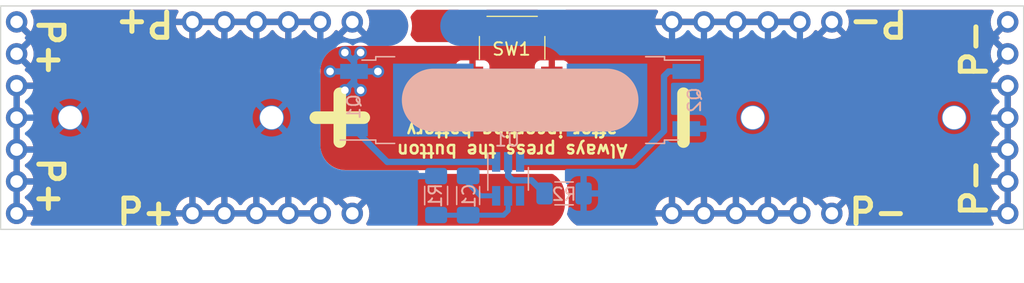
<source format=kicad_pcb>
(kicad_pcb (version 20210722) (generator pcbnew)
  (layers (0 "F.Cu" signal) (31 "B.Cu" signal) (34 "B.Paste" user) (35 "F.Paste" user) (36 "B.SilkS" user "B.Silkscreen") (37 "F.SilkS" user "F.Silkscreen") (38 "B.Mask" user) (39 "F.Mask" user) (44 "Edge.Cuts" user))
  (net 0 "")
  (net 1 "Net-(BT1-Pad1)")
  (net 2 "Net-(C1-Pad1)")
  (net 3 "Net-(R2-Pad1)")
  (net 4 "GND")
  (net 5 "Net-(Q1-Pad1)")
  (net 6 "Net-(BT1-Pad2)")
  (net 7 "Net-(Q1-Pad2)")
  (net 8 "Net-(Q2-Pad1)")
  (net 10 "Net-(C1-Pad2)")
  (footprint "Li-ion_holder:Keystone_254_holder" (layer "F.Cu") (at 142.24 99.314 90)
    (fp_text reference "BT1" hide)
    (fp_text value "18650 cell")
    (fp_text user "-" (at 0 13.97 270 unlocked) (layer "F.SilkS") (effects (font (size 5 5) (thickness 1))))
    (fp_text user "+" (at 0 -13.335 270 unlocked) (layer "F.SilkS") (effects (font (size 5 5) (thickness 1))))
    (pad "1" smd rect (at 0 -19.305) (size 4.24 5.2) (layers "F.Cu" "F.Paste" "F.Mask") (net 1 "Net-(BT1-Pad1)"))
    (pad "1" thru_hole circle (at 0 -35.115) (size 2 2) (drill 1.85) (layers *.Cu *.Mask) (net 1 "Net-(BT1-Pad1)"))
    (pad "1" thru_hole circle (at 0 -19.115) (size 2 2) (drill 1.85) (layers *.Cu *.Mask) (net 1 "Net-(BT1-Pad1)"))
    (pad "1" smd rect (at 0 -35.315) (size 4.24 3.3) (layers "F.Cu" "F.Paste" "F.Mask") (net 1 "Net-(BT1-Pad1)"))
    (pad "2" smd rect (at 0 19.305) (size 4.24 5.2) (layers "F.Cu" "F.Paste" "F.Mask") (net 6 "Net-(BT1-Pad2)"))
    (pad "2" thru_hole circle (at 0 19.115) (size 2 2) (drill 1.85) (layers *.Cu *.Mask) (net 6 "Net-(BT1-Pad2)"))
    (pad "2" smd rect (at 0 35.315) (size 4.24 3.3) (layers "F.Cu" "F.Paste" "F.Mask") (net 6 "Net-(BT1-Pad2)"))
    (pad "2" thru_hole circle (at 0 35.115) (size 2 2) (drill 1.85) (layers *.Cu *.Mask) (net 6 "Net-(BT1-Pad2)"))
  )
  (footprint "Li-ion_holder:TL3342F260QG" (layer "F.Cu") (at 142.24 93.853)
    (fp_text reference "SW1" (at -0.0508 0) (layer "F.SilkS"))
    (fp_text value "SW_Push")
    (fp_line (start -2 -2.6) (end 2 -2.6) (layer "F.SilkS") (width 0.1))
    (fp_line (start 2.6 -1) (end 2.6 0.8) (layer "F.SilkS") (width 0.1))
    (fp_line (start -2.6 -1) (end -2.6 0.8) (layer "F.SilkS") (width 0.1))
    (fp_line (start -2 2.6) (end 1.8 2.6) (layer "F.SilkS") (width 0.1))
    (pad "1" smd rect locked (at -3.15 1.9) (size 1.7 1) (layers "F.Cu" "F.Paste" "F.Mask") (net 6 "Net-(BT1-Pad2)"))
    (pad "1" smd rect locked (at 3.15 1.9) (size 1.7 1) (layers "F.Cu" "F.Paste" "F.Mask") (net 6 "Net-(BT1-Pad2)"))
    (pad "2" smd rect locked (at 3.15 -1.9) (size 1.7 1) (layers "F.Cu" "F.Paste" "F.Mask") (net 4 "GND"))
    (pad "2" smd rect locked (at -3.15 -1.9) (size 1.7 1) (layers "F.Cu" "F.Paste" "F.Mask") (net 4 "GND"))
  )
  (footprint "Package_TO_SOT_SMD:SOT-23-6_Handsoldering" (layer "B.Cu") (at 141.92 104.184 -90)
    (fp_text reference "U1" (at -3.092 0.061 180) (layer "B.SilkS") (effects (justify mirror)))
    (fp_text value "AP9101CAK6-ANTRG1")
    (fp_line (start 0.9 1.61) (end -2.05 1.61) (layer "B.SilkS") (width 0.12))
    (fp_line (start -0.9 -1.61) (end 0.9 -1.61) (layer "B.SilkS") (width 0.12))
    (pad "1" smd rect locked (at -1.35 0.95 270) (size 1.56 0.65) (layers "B.Cu" "B.Paste" "B.Mask") (net 5 "Net-(Q1-Pad1)"))
    (pad "2" smd rect locked (at -1.35 0 270) (size 1.56 0.65) (layers "B.Cu" "B.Paste" "B.Mask") (net 3 "Net-(R2-Pad1)"))
    (pad "3" smd rect locked (at -1.35 -0.95 270) (size 1.56 0.65) (layers "B.Cu" "B.Paste" "B.Mask") (net 8 "Net-(Q2-Pad1)"))
    (pad "4" smd rect locked (at 1.35 -0.95 270) (size 1.56 0.65) (layers "B.Cu" "B.Paste" "B.Mask"))
    (pad "5" smd rect locked (at 1.35 0 270) (size 1.56 0.65) (layers "B.Cu" "B.Paste" "B.Mask") (net 2 "Net-(C1-Pad1)"))
    (pad "6" smd rect locked (at 1.35 0.95 270) (size 1.56 0.65) (layers "B.Cu" "B.Paste" "B.Mask") (net 10 "Net-(C1-Pad2)"))
  )
  (footprint "Li-ion_holder:PinSocket_1x06_P2.54mm_Vertical" (layer "B.Cu") (at 161.29 91.694 90)
    (fp_text reference "J6" hide)
    (fp_text value "P-" hide)
    (pad "1" thru_hole oval locked (at 0 1.27 90) (size 1.7 1.7) (drill 1) (layers *.Cu *.Mask) (net 4 "GND"))
    (pad "1" thru_hole circle locked (at 0 6.35 90) (size 1.7 1.7) (drill 1) (layers *.Cu *.Mask) (net 4 "GND"))
    (pad "1" thru_hole oval locked (at 0 -6.35 90) (size 1.7 1.7) (drill 1) (layers *.Cu *.Mask) (net 4 "GND"))
    (pad "1" thru_hole oval locked (at 0 3.81 90) (size 1.7 1.7) (drill 1) (layers *.Cu *.Mask) (net 4 "GND"))
    (pad "1" thru_hole oval locked (at 0 -3.81 90) (size 1.7 1.7) (drill 1) (layers *.Cu *.Mask) (net 4 "GND"))
    (pad "1" thru_hole oval locked (at 0 -1.27 90) (size 1.7 1.7) (drill 1) (layers *.Cu *.Mask) (net 4 "GND"))
  )
  (footprint "Li-ion_holder:PinSocket_1x06_P2.54mm_Vertical" (layer "B.Cu") (at 161.29 106.934 90)
    (fp_text reference "J4" hide)
    (fp_text value "P-" hide)
    (pad "1" thru_hole oval locked (at 0 -3.81 90) (size 1.7 1.7) (drill 1) (layers *.Cu *.Mask) (net 4 "GND"))
    (pad "1" thru_hole oval locked (at 0 3.81 90) (size 1.7 1.7) (drill 1) (layers *.Cu *.Mask) (net 4 "GND"))
    (pad "1" thru_hole oval locked (at 0 1.27 90) (size 1.7 1.7) (drill 1) (layers *.Cu *.Mask) (net 4 "GND"))
    (pad "1" thru_hole circle locked (at 0 6.35 90) (size 1.7 1.7) (drill 1) (layers *.Cu *.Mask) (net 4 "GND"))
    (pad "1" thru_hole oval locked (at 0 -1.27 90) (size 1.7 1.7) (drill 1) (layers *.Cu *.Mask) (net 4 "GND"))
    (pad "1" thru_hole oval locked (at 0 -6.35 90) (size 1.7 1.7) (drill 1) (layers *.Cu *.Mask) (net 4 "GND"))
  )
  (footprint "Capacitor_SMD:C_1206_3216Metric_Pad1.33x1.80mm_HandSolder" (layer "B.Cu") (at 138.745 105.514 90)
    (fp_text reference "C1" (at -0.023 0.066 90) (layer "B.SilkS") (effects (justify mirror)))
    (fp_text value "0.1uF")
    (fp_line (start -0.711252 -0.91) (end 0.711252 -0.91) (layer "B.SilkS") (width 0.12))
    (fp_line (start -0.711252 0.91) (end 0.711252 0.91) (layer "B.SilkS") (width 0.12))
    (pad "1" smd roundrect locked (at -1.5625 0 90) (size 1.325 1.8) (layers "B.Cu" "B.Paste" "B.Mask") (roundrect_rratio 0.188679) (net 2 "Net-(C1-Pad1)"))
    (pad "2" smd roundrect locked (at 1.5625 0 90) (size 1.325 1.8) (layers "B.Cu" "B.Paste" "B.Mask") (roundrect_rratio 0.188679) (net 10 "Net-(C1-Pad2)"))
  )
  (footprint "Li-ion_holder:PinSocket_1x07_P2.54mm_Vertical" (layer "B.Cu") (at 181.61 99.314 180)
    (fp_text reference "J5" hide)
    (fp_text value "P-" hide)
    (pad "1" thru_hole oval locked (at 0 -2.54 180) (size 1.7 1.7) (drill 1) (layers *.Cu *.Mask) (net 4 "GND"))
    (pad "1" thru_hole oval locked (at 0 -5.08 180) (size 1.7 1.7) (drill 1) (layers *.Cu *.Mask) (net 4 "GND"))
    (pad "1" thru_hole oval locked (at 0 -7.62 180) (size 1.7 1.7) (drill 1) (layers *.Cu *.Mask) (net 4 "GND"))
    (pad "1" thru_hole oval locked (at 0 2.54 180) (size 1.7 1.7) (drill 1) (layers *.Cu *.Mask) (net 4 "GND"))
    (pad "1" thru_hole circle locked (at 0 5.08 180) (size 1.7 1.7) (drill 1) (layers *.Cu *.Mask) (net 4 "GND"))
    (pad "1" thru_hole oval locked (at 0 0 180) (size 1.7 1.7) (drill 1) (layers *.Cu *.Mask) (net 4 "GND"))
    (pad "1" thru_hole circle locked (at 0 7.62 180) (size 1.7 1.7) (drill 1) (layers *.Cu *.Mask) (net 4 "GND"))
  )
  (footprint "Li-ion_holder:PinSocket_1x07_P2.54mm_Vertical" (layer "B.Cu") (at 102.87 99.314 180)
    (fp_text reference "J2" hide)
    (fp_text value "P+" hide)
    (pad "1" thru_hole oval locked (at 0 -2.54 180) (size 1.7 1.7) (drill 1) (layers *.Cu *.Mask) (net 1 "Net-(BT1-Pad1)"))
    (pad "1" thru_hole circle locked (at 0 7.62 180) (size 1.7 1.7) (drill 1) (layers *.Cu *.Mask) (net 1 "Net-(BT1-Pad1)"))
    (pad "1" thru_hole circle locked (at 0 5.08 180) (size 1.7 1.7) (drill 1) (layers *.Cu *.Mask) (net 1 "Net-(BT1-Pad1)"))
    (pad "1" thru_hole oval locked (at 0 -5.08 180) (size 1.7 1.7) (drill 1) (layers *.Cu *.Mask) (net 1 "Net-(BT1-Pad1)"))
    (pad "1" thru_hole oval locked (at 0 0 180) (size 1.7 1.7) (drill 1) (layers *.Cu *.Mask) (net 1 "Net-(BT1-Pad1)"))
    (pad "1" thru_hole oval locked (at 0 2.54 180) (size 1.7 1.7) (drill 1) (layers *.Cu *.Mask) (net 1 "Net-(BT1-Pad1)"))
    (pad "1" thru_hole oval locked (at 0 -7.62 180) (size 1.7 1.7) (drill 1) (layers *.Cu *.Mask) (net 1 "Net-(BT1-Pad1)"))
  )
  (footprint "Package_TO_SOT_SMD:TO-252-2" (layer "B.Cu") (at 133.875 97.914)
    (fp_text reference "Q1" (at -4.208 0.5364 90) (layer "B.SilkS") (effects (justify mirror)))
    (fp_text value "IRLR8726")
    (fp_line (start -0.97 3.45) (end -2.47 3.45) (layer "B.SilkS") (width 0.12))
    (fp_line (start -2.47 3.18) (end -5.3 3.18) (layer "B.SilkS") (width 0.12))
    (fp_line (start -2.47 -3.45) (end -2.47 -3.18) (layer "B.SilkS") (width 0.12))
    (fp_line (start -2.47 -3.18) (end -3.57 -3.18) (layer "B.SilkS") (width 0.12))
    (fp_line (start -2.47 3.45) (end -2.47 3.18) (layer "B.SilkS") (width 0.12))
    (fp_line (start -0.97 -3.45) (end -2.47 -3.45) (layer "B.SilkS") (width 0.12))
    (pad "1" smd rect locked (at -4.2 2.28) (size 2.2 1.2) (layers "B.Cu" "B.Paste" "B.Mask") (net 5 "Net-(Q1-Pad1)"))
    (pad "2" smd rect locked (at 2.1 0) (size 6.4 5.8) (layers "B.Cu" "B.Mask") (net 7 "Net-(Q1-Pad2)"))
    (pad "3" smd rect locked (at -4.2 -2.28) (size 2.2 1.2) (layers "B.Cu" "B.Paste" "B.Mask") (net 6 "Net-(BT1-Pad2)"))
  )
  (footprint "Package_TO_SOT_SMD:TO-252-2" (layer "B.Cu") (at 151.875 97.914 180)
    (fp_text reference "Q2" (at -4.843 -0.003 90) (layer "B.SilkS") (effects (justify mirror)))
    (fp_text value "IRLR8726")
    (fp_line (start -2.47 3.45) (end -2.47 3.18) (layer "B.SilkS") (width 0.12))
    (fp_line (start -2.47 -3.18) (end -3.57 -3.18) (layer "B.SilkS") (width 0.12))
    (fp_line (start -2.47 3.18) (end -5.3 3.18) (layer "B.SilkS") (width 0.12))
    (fp_line (start -0.97 -3.45) (end -2.47 -3.45) (layer "B.SilkS") (width 0.12))
    (fp_line (start -0.97 3.45) (end -2.47 3.45) (layer "B.SilkS") (width 0.12))
    (fp_line (start -2.47 -3.45) (end -2.47 -3.18) (layer "B.SilkS") (width 0.12))
    (pad "1" smd rect locked (at -4.2 2.28 180) (size 2.2 1.2) (layers "B.Cu" "B.Paste" "B.Mask") (net 8 "Net-(Q2-Pad1)"))
    (pad "2" smd rect locked (at 2.1 0 180) (size 6.4 5.8) (layers "B.Cu" "B.Mask") (net 7 "Net-(Q1-Pad2)"))
    (pad "3" smd rect locked (at -4.2 -2.28 180) (size 2.2 1.2) (layers "B.Cu" "B.Paste" "B.Mask") (net 4 "GND"))
  )
  (footprint "Li-ion_holder:PinSocket_1x06_P2.54mm_Vertical" (layer "B.Cu") (at 123.19 106.934 90)
    (fp_text reference "J1" hide)
    (fp_text value "P+" hide)
    (pad "1" thru_hole oval locked (at 0 -3.81 90) (size 1.7 1.7) (drill 1) (layers *.Cu *.Mask) (net 1 "Net-(BT1-Pad1)"))
    (pad "1" thru_hole oval locked (at 0 1.27 90) (size 1.7 1.7) (drill 1) (layers *.Cu *.Mask) (net 1 "Net-(BT1-Pad1)"))
    (pad "1" thru_hole oval locked (at 0 -6.35 90) (size 1.7 1.7) (drill 1) (layers *.Cu *.Mask) (net 1 "Net-(BT1-Pad1)"))
    (pad "1" thru_hole circle locked (at 0 6.35 90) (size 1.7 1.7) (drill 1) (layers *.Cu *.Mask) (net 1 "Net-(BT1-Pad1)"))
    (pad "1" thru_hole oval locked (at 0 -1.27 90) (size 1.7 1.7) (drill 1) (layers *.Cu *.Mask) (net 1 "Net-(BT1-Pad1)"))
    (pad "1" thru_hole oval locked (at 0 3.81 90) (size 1.7 1.7) (drill 1) (layers *.Cu *.Mask) (net 1 "Net-(BT1-Pad1)"))
  )
  (footprint "Resistor_SMD:R_1206_3216Metric_Pad1.30x1.75mm_HandSolder" (layer "B.Cu") (at 136.2 105.514 -90)
    (fp_text reference "R1" (at 0 0.056 -270) (layer "B.SilkS") (effects (justify mirror)))
    (fp_text value "330R")
    (fp_line (start -0.727064 0.91) (end 0.727064 0.91) (layer "B.SilkS") (width 0.12))
    (fp_line (start -0.727064 -0.91) (end 0.727064 -0.91) (layer "B.SilkS") (width 0.12))
    (pad "1" smd roundrect locked (at -1.55 0 270) (size 1.3 1.75) (layers "B.Cu" "B.Paste" "B.Mask") (roundrect_rratio 0.192308) (net 1 "Net-(BT1-Pad1)"))
    (pad "2" smd roundrect locked (at 1.55 0 270) (size 1.3 1.75) (layers "B.Cu" "B.Paste" "B.Mask") (roundrect_rratio 0.192308) (net 2 "Net-(C1-Pad1)"))
  )
  (footprint "Li-ion_holder:PinSocket_1x06_P2.54mm_Vertical" (layer "B.Cu") (at 123.19 91.694 90)
    (fp_text reference "J3" hide)
    (fp_text value "P+" hide)
    (pad "1" thru_hole oval locked (at 0 -6.35 90) (size 1.7 1.7) (drill 1) (layers *.Cu *.Mask) (net 1 "Net-(BT1-Pad1)"))
    (pad "1" thru_hole oval locked (at 0 1.27 90) (size 1.7 1.7) (drill 1) (layers *.Cu *.Mask) (net 1 "Net-(BT1-Pad1)"))
    (pad "1" thru_hole oval locked (at 0 -3.81 90) (size 1.7 1.7) (drill 1) (layers *.Cu *.Mask) (net 1 "Net-(BT1-Pad1)"))
    (pad "1" thru_hole oval locked (at 0 -1.27 90) (size 1.7 1.7) (drill 1) (layers *.Cu *.Mask) (net 1 "Net-(BT1-Pad1)"))
    (pad "1" thru_hole oval locked (at 0 3.81 90) (size 1.7 1.7) (drill 1) (layers *.Cu *.Mask) (net 1 "Net-(BT1-Pad1)"))
    (pad "1" thru_hole circle locked (at 0 6.35 90) (size 1.7 1.7) (drill 1) (layers *.Cu *.Mask) (net 1 "Net-(BT1-Pad1)"))
  )
  (footprint "Resistor_SMD:R_1206_3216Metric_Pad1.30x1.75mm_HandSolder" (layer "B.Cu") (at 146.365 105.344)
    (fp_text reference "R2" (at 0 0.066) (layer "B.SilkS") (effects (justify mirror)))
    (fp_text value "2.7k")
    (fp_line (start -0.727064 0.91) (end 0.727064 0.91) (layer "B.SilkS") (width 0.12))
    (fp_line (start -0.727064 -0.91) (end 0.727064 -0.91) (layer "B.SilkS") (width 0.12))
    (pad "1" smd roundrect locked (at -1.55 0) (size 1.3 1.75) (layers "B.Cu" "B.Paste" "B.Mask") (roundrect_rratio 0.192308) (net 3 "Net-(R2-Pad1)"))
    (pad "2" smd roundrect locked (at 1.55 0) (size 1.3 1.75) (layers "B.Cu" "B.Paste" "B.Mask") (roundrect_rratio 0.192308) (net 4 "GND"))
  )
  (gr_line (start 135.975 97.914) (end 149.775 97.914) (layer "B.SilkS") (width 5))
  (gr_rect (start 101.6 90.424) (end 182.88 108.204) (layer "Edge.Cuts") (width 0.1) (fill none))
  (gr_text "P-" (at 178.943 93.853 90) (layer "F.SilkS") (effects (font (size 2 2) (thickness 0.4))))
  (gr_text "P+" (at 105.537 93.726 270) (layer "F.SilkS") (effects (font (size 2 2) (thickness 0.4))))
  (gr_text "P+" (at 113.03 91.821 180) (layer "F.SilkS") (effects (font (size 2 2) (thickness 0.4))))
  (gr_text "P+" (at 113.157 106.807) (layer "F.SilkS") (effects (font (size 2 2) (thickness 0.4))))
  (gr_text "P-" (at 171.323 91.821 180) (layer "F.SilkS") (effects (font (size 2 2) (thickness 0.4))))
  (gr_text "P-" (at 171.323 106.807) (layer "F.SilkS") (effects (font (size 2 2) (thickness 0.4))))
  (gr_text "P-" (at 178.943 104.902 90) (layer "F.SilkS") (effects (font (size 2 2) (thickness 0.4))))
  (gr_text "Always press the button\nafter inserting battery\nto turn on the circuit" (at 142.24 100.33 180) (layer "F.SilkS") (effects (font (size 1 1) (thickness 0.2))))
  (gr_text "P+" (at 105.537 104.775 270) (layer "F.SilkS") (effects (font (size 2 2) (thickness 0.4))))
  (segment (start 136.2125 107.0765) (end 136.2 107.064) (width 0.4) (layer "B.Cu") (net 2))
  (segment (start 138.745 107.0765) (end 136.2125 107.0765) (width 0.4) (layer "B.Cu") (net 2))
  (segment (start 141.5575 107.0765) (end 138.745 107.0765) (width 0.4) (layer "B.Cu") (net 2))
  (segment (start 141.92 105.534) (end 141.92 106.714) (width 0.4) (layer "B.Cu") (net 2))
  (segment (start 141.92 106.714) (end 141.5575 107.0765) (width 0.4) (layer "B.Cu") (net 2))
  (segment (start 142.275489 104.304489) (end 143.775489 104.304489) (width 0.5) (layer "B.Cu") (net 3))
  (segment (start 141.92 102.834) (end 141.92 103.949) (width 0.5) (layer "B.Cu") (net 3))
  (segment (start 143.775489 104.304489) (end 144.815 105.344) (width 0.5) (layer "B.Cu") (net 3))
  (segment (start 141.92 103.949) (end 142.275489 104.304489) (width 0.5) (layer "B.Cu") (net 3))
  (segment (start 129.675 100.194) (end 132.315 102.834) (width 0.5) (layer "B.Cu") (net 5))
  (segment (start 132.315 102.834) (end 140.97 102.834) (width 0.5) (layer "B.Cu") (net 5))
  (segment (start 145.39 95.753) (end 139.09 95.753) (width 0.2) (layer "F.Cu") (net 6))
  (via (at 128.95 94.134498) (size 1) (drill 0.6) (layers "F.Cu" "B.Cu") (net 6))
  (via (at 130.2 97.133502) (size 1) (drill 0.6) (layers "F.Cu" "B.Cu") (net 6))
  (via (at 130.2 94.134498) (size 1) (drill 0.6) (layers "F.Cu" "B.Cu") (net 6))
  (via (at 131.575 95.634) (size 1) (drill 0.6) (layers "F.Cu" "B.Cu") (net 6))
  (via (at 128.95 97.133502) (size 1) (drill 0.6) (layers "F.Cu" "B.Cu") (net 6))
  (via (at 127.775 95.634) (size 1) (drill 0.6) (layers "F.Cu" "B.Cu") (net 6))
  (segment (start 129.675 96.408502) (end 128.95 97.133502) (width 0.5) (layer "B.Cu") (net 6))
  (segment (start 129.675 94.859498) (end 128.95 94.134498) (width 0.5) (layer "B.Cu") (net 6))
  (segment (start 129.675 96.608502) (end 130.2 97.133502) (width 0.5) (layer "B.Cu") (net 6))
  (segment (start 129.675 94.659498) (end 130.2 94.134498) (width 0.5) (layer "B.Cu") (net 6))
  (segment (start 129.675 95.634) (end 129.675 94.659498) (width 0.5) (layer "B.Cu") (net 6))
  (segment (start 129.675 95.634) (end 129.675 96.608502) (width 0.5) (layer "B.Cu") (net 6))
  (segment (start 129.675 95.634) (end 129.675 94.859498) (width 0.5) (layer "B.Cu") (net 6))
  (segment (start 129.675 95.634) (end 129.675 96.408502) (width 0.5) (layer "B.Cu") (net 6))
  (segment (start 129.675 95.634) (end 131.575 95.634) (width 0.5) (layer "B.Cu") (net 6))
  (segment (start 129.675 95.634) (end 127.775 95.634) (width 0.5) (layer "B.Cu") (net 6))
  (segment (start 149.775 97.914) (end 135.975 97.914) (width 5) (layer "B.Cu") (net 7))
  (segment (start 154.68 95.634) (end 156.075 95.634) (width 0.5) (layer "B.Cu") (net 8))
  (segment (start 154.305 96.009) (end 154.68 95.634) (width 0.5) (layer "B.Cu") (net 8))
  (segment (start 142.87 102.834) (end 151.854022 102.834) (width 0.5) (layer "B.Cu") (net 8))
  (segment (start 151.854022 102.834) (end 154.305 100.383022) (width 0.5) (layer "B.Cu") (net 8))
  (segment (start 154.305 100.383022) (end 154.305 96.009) (width 0.5) (layer "B.Cu") (net 8))
  (segment (start 139.72 105.534) (end 138.745 104.559) (width 0.4) (layer "B.Cu") (net 10))
  (segment (start 138.745 104.559) (end 138.745 103.9515) (width 0.4) (layer "B.Cu") (net 10))
  (segment (start 140.97 105.534) (end 139.72 105.534) (width 0.4) (layer "B.Cu") (net 10))
  (zone (net 1) (net_name "Net-(BT1-Pad1)") (layers F&B.Cu) (name "BATT+") (priority 2) (connect_pads (clearance 0.3)) (min_thickness 0.3) (fill yes (thermal_gap 0.5) (thermal_bridge_width 0.5) (smoothing fillet) (radius 2))
    (polygon (pts (xy 133.985 93.599) (xy 127 93.599) (xy 127 103.505) (xy 146.431 103.505) (xy 146.431 108.204) (xy 101.6 108.204) (xy 101.6 90.424) (xy 133.985 90.424)))
  )
  (zone (net 6) (net_name "Net-(BT1-Pad2)") (layer "F.Cu") (name "BATT-") (priority 3) (connect_pads (clearance 0.3)) (min_thickness 0.3) (fill yes (thermal_gap 0.5) (thermal_bridge_width 0.5) (smoothing fillet) (radius 2))
    (polygon (pts (xy 177.836 103.489) (xy 127 103.489) (xy 127 93.599) (xy 177.836 93.599)))
  )
  (zone (net 4) (net_name "GND") (layer "F.Cu") (name "GND") (priority 1) (connect_pads (clearance 0.3)) (min_thickness 0.3) (fill yes (thermal_gap 0.5) (thermal_bridge_width 0.5) (smoothing fillet) (radius 2))
    (polygon (pts (xy 182.88 108.204) (xy 146.431 108.204) (xy 146.431 103.505) (xy 177.8 103.505) (xy 177.8 93.599) (xy 133.985 93.599) (xy 133.985 90.424) (xy 182.88 90.424)))
  )
  (zone (net 4) (net_name "GND") (layer "B.Cu") (name "GND") (priority 1) (connect_pads (clearance 0.3)) (min_thickness 0.3) (fill yes (thermal_gap 0.5) (thermal_bridge_width 0.5) (smoothing fillet) (radius 2))
    (polygon (pts (xy 182.88 108.204) (xy 146.431 108.204) (xy 146.431 93.599) (xy 136.525 93.599) (xy 136.525 90.424) (xy 182.88 90.424)))
  )
  (zone (net 0) (net_name "") (layer "B.Cu") (connect_pads (clearance 0)) (min_thickness 0.3)
    (keepout (tracks allowed) (vias allowed) (pads allowed) (copperpour not_allowed) (footprints allowed))
    (fill (thermal_gap 0.5) (thermal_bridge_width 0.5) (smoothing fillet) (radius 2))
    (polygon (pts (xy 139.954 107.95) (xy 134.747 107.95) (xy 134.747 104.267) (xy 139.954 104.267)))
  )
  (zone (net 0) (net_name "") (layer "B.Cu") (connect_pads (clearance 0)) (min_thickness 0.3)
    (keepout (tracks allowed) (vias allowed) (pads allowed) (copperpour not_allowed) (footprints allowed))
    (fill (thermal_gap 0.5) (thermal_bridge_width 0.5) (smoothing fillet) (radius 2))
    (polygon (pts (xy 157.48 96.266) (xy 154.813 96.266) (xy 154.813 100.965) (xy 145.923 100.965) (xy 145.923 94.361) (xy 157.48 94.361)))
  )
)
</source>
